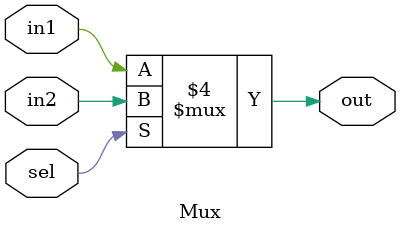
<source format=v>
module Mux (
	input       in1,
	input       in2,
	input       sel,
	output reg  out);

	//Wire define for this module.

	//Wire define for sub module.

	//Wire sub module connect to this module and inter module connect.
	always @(*) begin
	    if((sel == 1'b0)) out = in1;
	    else out = in2;
	end
	

	//Wire this module connect to sub module.

	//module inst.

endmodule
</source>
